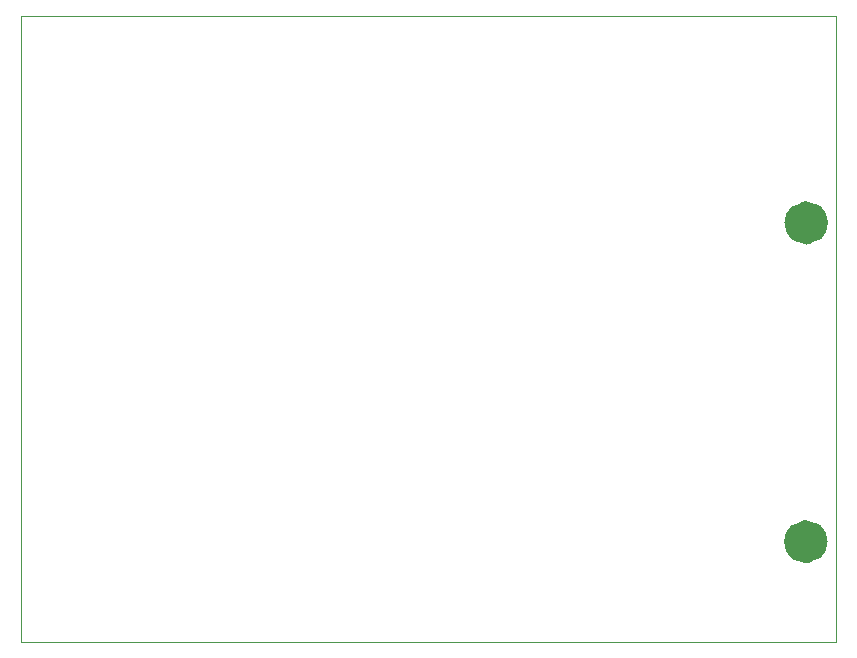
<source format=gbr>
%TF.GenerationSoftware,KiCad,Pcbnew,6.0.0*%
%TF.CreationDate,2022-04-09T17:08:52-03:00*%
%TF.ProjectId,cwc5.5,63776335-2e35-42e6-9b69-6361645f7063,rev?*%
%TF.SameCoordinates,Original*%
%TF.FileFunction,Profile,NP*%
%FSLAX46Y46*%
G04 Gerber Fmt 4.6, Leading zero omitted, Abs format (unit mm)*
G04 Created by KiCad (PCBNEW 6.0.0) date 2022-04-09 17:08:52*
%MOMM*%
%LPD*%
G01*
G04 APERTURE LIST*
%TA.AperFunction,Profile*%
%ADD10C,0.100000*%
%TD*%
%TA.AperFunction,Profile*%
%ADD11C,1.828000*%
%TD*%
G04 APERTURE END LIST*
D10*
X68980000Y-53000000D02*
X68980000Y0D01*
X68980000Y0D02*
X0Y0D01*
X68980000Y-53000000D02*
X0Y-53000000D01*
D11*
X67362000Y-44540000D02*
G75*
G03*
X67362000Y-44540000I-914000J0D01*
G01*
X67394000Y-17540000D02*
G75*
G03*
X67394000Y-17540000I-914000J0D01*
G01*
D10*
X0Y0D02*
X0Y-53000000D01*
M02*

</source>
